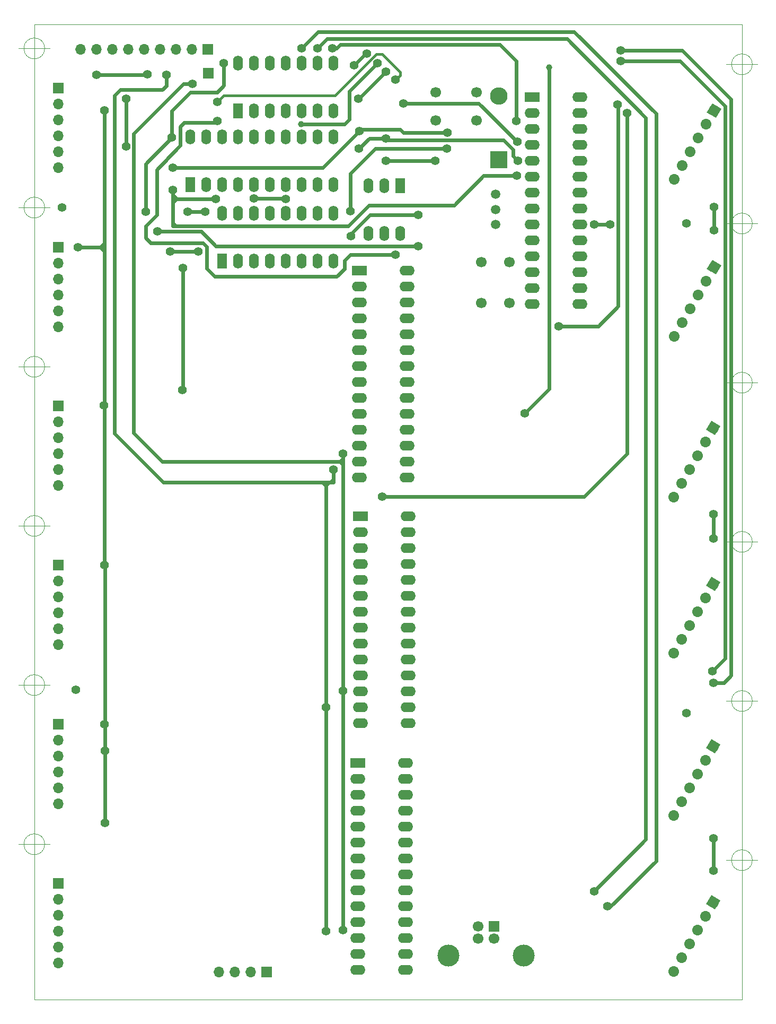
<source format=gbr>
G04 #@! TF.GenerationSoftware,KiCad,Pcbnew,(5.1.4)-1*
G04 #@! TF.CreationDate,2020-01-14T12:55:27+01:00*
G04 #@! TF.ProjectId,MainPL,4d61696e-504c-42e6-9b69-6361645f7063,rev?*
G04 #@! TF.SameCoordinates,Original*
G04 #@! TF.FileFunction,Copper,L1,Top*
G04 #@! TF.FilePolarity,Positive*
%FSLAX46Y46*%
G04 Gerber Fmt 4.6, Leading zero omitted, Abs format (unit mm)*
G04 Created by KiCad (PCBNEW (5.1.4)-1) date 2020-01-14 12:55:27*
%MOMM*%
%LPD*%
G04 APERTURE LIST*
%ADD10C,0.050000*%
%ADD11C,1.700000*%
%ADD12R,2.400000X1.600000*%
%ADD13O,2.400000X1.600000*%
%ADD14O,1.600000X2.400000*%
%ADD15R,1.600000X2.400000*%
%ADD16O,2.800000X2.800000*%
%ADD17R,2.800000X2.800000*%
%ADD18C,1.500000*%
%ADD19R,1.700000X1.700000*%
%ADD20O,1.700000X1.700000*%
%ADD21C,3.500000*%
%ADD22C,1.700000*%
%ADD23C,0.100000*%
%ADD24C,1.400000*%
%ADD25C,1.000000*%
%ADD26C,0.600000*%
%ADD27C,0.400000*%
G04 APERTURE END LIST*
D10*
X159146666Y-159385000D02*
G75*
G03X159146666Y-159385000I-1666666J0D01*
G01*
X154980000Y-159385000D02*
X159980000Y-159385000D01*
X157480000Y-156885000D02*
X157480000Y-161885000D01*
X159146666Y-133985000D02*
G75*
G03X159146666Y-133985000I-1666666J0D01*
G01*
X154980000Y-133985000D02*
X159980000Y-133985000D01*
X157480000Y-131485000D02*
X157480000Y-136485000D01*
X159146666Y-108585000D02*
G75*
G03X159146666Y-108585000I-1666666J0D01*
G01*
X154980000Y-108585000D02*
X159980000Y-108585000D01*
X157480000Y-106085000D02*
X157480000Y-111085000D01*
X159146666Y-83185000D02*
G75*
G03X159146666Y-83185000I-1666666J0D01*
G01*
X154980000Y-83185000D02*
X159980000Y-83185000D01*
X157480000Y-80685000D02*
X157480000Y-85685000D01*
X159146666Y-57785000D02*
G75*
G03X159146666Y-57785000I-1666666J0D01*
G01*
X154980000Y-57785000D02*
X159980000Y-57785000D01*
X157480000Y-55285000D02*
X157480000Y-60285000D01*
X159146666Y-32385000D02*
G75*
G03X159146666Y-32385000I-1666666J0D01*
G01*
X154980000Y-32385000D02*
X159980000Y-32385000D01*
X157480000Y-29885000D02*
X157480000Y-34885000D01*
X46116666Y-156845000D02*
G75*
G03X46116666Y-156845000I-1666666J0D01*
G01*
X41950000Y-156845000D02*
X46950000Y-156845000D01*
X44450000Y-154345000D02*
X44450000Y-159345000D01*
X46116666Y-131445000D02*
G75*
G03X46116666Y-131445000I-1666666J0D01*
G01*
X41950000Y-131445000D02*
X46950000Y-131445000D01*
X44450000Y-128945000D02*
X44450000Y-133945000D01*
X46116666Y-106045000D02*
G75*
G03X46116666Y-106045000I-1666666J0D01*
G01*
X41950000Y-106045000D02*
X46950000Y-106045000D01*
X44450000Y-103545000D02*
X44450000Y-108545000D01*
X46116666Y-80645000D02*
G75*
G03X46116666Y-80645000I-1666666J0D01*
G01*
X41950000Y-80645000D02*
X46950000Y-80645000D01*
X44450000Y-78145000D02*
X44450000Y-83145000D01*
X46116666Y-29845000D02*
G75*
G03X46116666Y-29845000I-1666666J0D01*
G01*
X41950000Y-29845000D02*
X46950000Y-29845000D01*
X44450000Y-27345000D02*
X44450000Y-32345000D01*
X46116666Y-55245000D02*
G75*
G03X46116666Y-55245000I-1666666J0D01*
G01*
X41950000Y-55245000D02*
X46950000Y-55245000D01*
X44450000Y-52745000D02*
X44450000Y-57745000D01*
X157480000Y-26035000D02*
X156845000Y-26035000D01*
X157480000Y-181610000D02*
X157480000Y-26035000D01*
X44450000Y-181610000D02*
X45085000Y-181610000D01*
X44450000Y-26035000D02*
X44450000Y-181610000D01*
X157480000Y-181610000D02*
X45085000Y-181610000D01*
X44450000Y-26035000D02*
X156845000Y-26035000D01*
D11*
X108585000Y-36830000D03*
X115085000Y-36830000D03*
X108585000Y-41330000D03*
X115085000Y-41330000D03*
X115824000Y-70485000D03*
X115824000Y-63985000D03*
X120324000Y-70485000D03*
X120324000Y-63985000D03*
D12*
X96393000Y-65278000D03*
D13*
X104013000Y-98298000D03*
X96393000Y-67818000D03*
X104013000Y-95758000D03*
X96393000Y-70358000D03*
X104013000Y-93218000D03*
X96393000Y-72898000D03*
X104013000Y-90678000D03*
X96393000Y-75438000D03*
X104013000Y-88138000D03*
X96393000Y-77978000D03*
X104013000Y-85598000D03*
X96393000Y-80518000D03*
X104013000Y-83058000D03*
X96393000Y-83058000D03*
X104013000Y-80518000D03*
X96393000Y-85598000D03*
X104013000Y-77978000D03*
X96393000Y-88138000D03*
X104013000Y-75438000D03*
X96393000Y-90678000D03*
X104013000Y-72898000D03*
X96393000Y-93218000D03*
X104013000Y-70358000D03*
X96393000Y-95758000D03*
X104013000Y-67818000D03*
X96393000Y-98298000D03*
X104013000Y-65278000D03*
D14*
X76962000Y-32194500D03*
X92202000Y-39814500D03*
X79502000Y-32194500D03*
X89662000Y-39814500D03*
X82042000Y-32194500D03*
X87122000Y-39814500D03*
X84582000Y-32194500D03*
X84582000Y-39814500D03*
X87122000Y-32194500D03*
X82042000Y-39814500D03*
X89662000Y-32194500D03*
X79502000Y-39814500D03*
X92202000Y-32194500D03*
D15*
X76962000Y-39814500D03*
D13*
X104140000Y-104521000D03*
X96520000Y-137541000D03*
X104140000Y-107061000D03*
X96520000Y-135001000D03*
X104140000Y-109601000D03*
X96520000Y-132461000D03*
X104140000Y-112141000D03*
X96520000Y-129921000D03*
X104140000Y-114681000D03*
X96520000Y-127381000D03*
X104140000Y-117221000D03*
X96520000Y-124841000D03*
X104140000Y-119761000D03*
X96520000Y-122301000D03*
X104140000Y-122301000D03*
X96520000Y-119761000D03*
X104140000Y-124841000D03*
X96520000Y-117221000D03*
X104140000Y-127381000D03*
X96520000Y-114681000D03*
X104140000Y-129921000D03*
X96520000Y-112141000D03*
X104140000Y-132461000D03*
X96520000Y-109601000D03*
X104140000Y-135001000D03*
X96520000Y-107061000D03*
X104140000Y-137541000D03*
D12*
X96520000Y-104521000D03*
X96139000Y-143891000D03*
D13*
X103759000Y-176911000D03*
X96139000Y-146431000D03*
X103759000Y-174371000D03*
X96139000Y-148971000D03*
X103759000Y-171831000D03*
X96139000Y-151511000D03*
X103759000Y-169291000D03*
X96139000Y-154051000D03*
X103759000Y-166751000D03*
X96139000Y-156591000D03*
X103759000Y-164211000D03*
X96139000Y-159131000D03*
X103759000Y-161671000D03*
X96139000Y-161671000D03*
X103759000Y-159131000D03*
X96139000Y-164211000D03*
X103759000Y-156591000D03*
X96139000Y-166751000D03*
X103759000Y-154051000D03*
X96139000Y-169291000D03*
X103759000Y-151511000D03*
X96139000Y-171831000D03*
X103759000Y-148971000D03*
X96139000Y-174371000D03*
X103759000Y-146431000D03*
X96139000Y-176911000D03*
X103759000Y-143891000D03*
D16*
X118618000Y-37465000D03*
D17*
X118618000Y-47625000D03*
D18*
X118110000Y-57966000D03*
X118110000Y-55526000D03*
X118110000Y-53086000D03*
D13*
X131601000Y-37648000D03*
X123981000Y-70668000D03*
X131601000Y-40188000D03*
X123981000Y-68128000D03*
X131601000Y-42728000D03*
X123981000Y-65588000D03*
X131601000Y-45268000D03*
X123981000Y-63048000D03*
X131601000Y-47808000D03*
X123981000Y-60508000D03*
X131601000Y-50348000D03*
X123981000Y-57968000D03*
X131601000Y-52888000D03*
X123981000Y-55428000D03*
X131601000Y-55428000D03*
X123981000Y-52888000D03*
X131601000Y-57968000D03*
X123981000Y-50348000D03*
X131601000Y-60508000D03*
X123981000Y-47808000D03*
X131601000Y-63048000D03*
X123981000Y-45268000D03*
X131601000Y-65588000D03*
X123981000Y-42728000D03*
X131601000Y-68128000D03*
X123981000Y-40188000D03*
X131601000Y-70668000D03*
D12*
X123981000Y-37648000D03*
D19*
X72252000Y-33802000D03*
D20*
X51816000Y-29972000D03*
X54356000Y-29972000D03*
X56896000Y-29972000D03*
X59436000Y-29972000D03*
X61976000Y-29972000D03*
X64516000Y-29972000D03*
X67056000Y-29972000D03*
X69596000Y-29972000D03*
D19*
X72136000Y-29972000D03*
D20*
X73958000Y-177268000D03*
X76498000Y-177268000D03*
X79038000Y-177268000D03*
D19*
X81578000Y-177268000D03*
D21*
X110586000Y-174636000D03*
X122626000Y-174636000D03*
D11*
X117856000Y-171926000D03*
X115356000Y-171926000D03*
X115356000Y-169926000D03*
D19*
X117856000Y-169926000D03*
X48260000Y-61595000D03*
D20*
X48260000Y-64135000D03*
X48260000Y-66675000D03*
X48260000Y-69215000D03*
X48260000Y-71755000D03*
X48260000Y-74295000D03*
X48260000Y-48895000D03*
X48260000Y-46355000D03*
X48260000Y-43815000D03*
X48260000Y-41275000D03*
X48260000Y-38735000D03*
D19*
X48260000Y-36195000D03*
D11*
X146685000Y-75768523D03*
D22*
X146685000Y-75768523D02*
X146685000Y-75768523D01*
D11*
X147955000Y-73568818D03*
D22*
X147955000Y-73568818D02*
X147955000Y-73568818D01*
D11*
X149225000Y-71369114D03*
D22*
X149225000Y-71369114D02*
X149225000Y-71369114D01*
D11*
X150495000Y-69169409D03*
D22*
X150495000Y-69169409D02*
X150495000Y-69169409D01*
D11*
X151765000Y-66969705D03*
D22*
X151765000Y-66969705D02*
X151765000Y-66969705D01*
D11*
X153035000Y-64770000D03*
D23*
G36*
X151873878Y-65081122D02*
G01*
X152723878Y-63608878D01*
X154196122Y-64458878D01*
X153346122Y-65931122D01*
X151873878Y-65081122D01*
X151873878Y-65081122D01*
G37*
D20*
X48260000Y-99568000D03*
X48260000Y-97028000D03*
X48260000Y-94488000D03*
X48260000Y-91948000D03*
X48260000Y-89408000D03*
D19*
X48260000Y-86868000D03*
D11*
X153035000Y-39755886D03*
D23*
G36*
X151873878Y-40067008D02*
G01*
X152723878Y-38594764D01*
X154196122Y-39444764D01*
X153346122Y-40917008D01*
X151873878Y-40067008D01*
X151873878Y-40067008D01*
G37*
D11*
X151765000Y-41955591D03*
D22*
X151765000Y-41955591D02*
X151765000Y-41955591D01*
D11*
X150495000Y-44155295D03*
D22*
X150495000Y-44155295D02*
X150495000Y-44155295D01*
D11*
X149225000Y-46355000D03*
D22*
X149225000Y-46355000D02*
X149225000Y-46355000D01*
D11*
X147955000Y-48554704D03*
D22*
X147955000Y-48554704D02*
X147955000Y-48554704D01*
D11*
X146685000Y-50754409D03*
D22*
X146685000Y-50754409D02*
X146685000Y-50754409D01*
D19*
X48260000Y-112268000D03*
D20*
X48260000Y-114808000D03*
X48260000Y-117348000D03*
X48260000Y-119888000D03*
X48260000Y-122428000D03*
X48260000Y-124968000D03*
D11*
X146558000Y-126314523D03*
D22*
X146558000Y-126314523D02*
X146558000Y-126314523D01*
D11*
X147828000Y-124114818D03*
D22*
X147828000Y-124114818D02*
X147828000Y-124114818D01*
D11*
X149098000Y-121915114D03*
D22*
X149098000Y-121915114D02*
X149098000Y-121915114D01*
D11*
X150368000Y-119715409D03*
D22*
X150368000Y-119715409D02*
X150368000Y-119715409D01*
D11*
X151638000Y-117515705D03*
D22*
X151638000Y-117515705D02*
X151638000Y-117515705D01*
D11*
X152908000Y-115316000D03*
D23*
G36*
X151746878Y-115627122D02*
G01*
X152596878Y-114154878D01*
X154069122Y-115004878D01*
X153219122Y-116477122D01*
X151746878Y-115627122D01*
X151746878Y-115627122D01*
G37*
D20*
X48260000Y-150368000D03*
X48260000Y-147828000D03*
X48260000Y-145288000D03*
X48260000Y-142748000D03*
X48260000Y-140208000D03*
D19*
X48260000Y-137668000D03*
D11*
X152908000Y-90424000D03*
D23*
G36*
X151746878Y-90735122D02*
G01*
X152596878Y-89262878D01*
X154069122Y-90112878D01*
X153219122Y-91585122D01*
X151746878Y-90735122D01*
X151746878Y-90735122D01*
G37*
D11*
X151638000Y-92623705D03*
D22*
X151638000Y-92623705D02*
X151638000Y-92623705D01*
D11*
X150368000Y-94823409D03*
D22*
X150368000Y-94823409D02*
X150368000Y-94823409D01*
D11*
X149098000Y-97023114D03*
D22*
X149098000Y-97023114D02*
X149098000Y-97023114D01*
D11*
X147828000Y-99222818D03*
D22*
X147828000Y-99222818D02*
X147828000Y-99222818D01*
D11*
X146558000Y-101422523D03*
D22*
X146558000Y-101422523D02*
X146558000Y-101422523D01*
D19*
X48260000Y-163068000D03*
D20*
X48260000Y-165608000D03*
X48260000Y-168148000D03*
X48260000Y-170688000D03*
X48260000Y-173228000D03*
X48260000Y-175768000D03*
D11*
X152908000Y-166116000D03*
D23*
G36*
X151746878Y-166427122D02*
G01*
X152596878Y-164954878D01*
X154069122Y-165804878D01*
X153219122Y-167277122D01*
X151746878Y-166427122D01*
X151746878Y-166427122D01*
G37*
D11*
X151638000Y-168315705D03*
D22*
X151638000Y-168315705D02*
X151638000Y-168315705D01*
D11*
X150368000Y-170515409D03*
D22*
X150368000Y-170515409D02*
X150368000Y-170515409D01*
D11*
X149098000Y-172715114D03*
D22*
X149098000Y-172715114D02*
X149098000Y-172715114D01*
D11*
X147828000Y-174914818D03*
D22*
X147828000Y-174914818D02*
X147828000Y-174914818D01*
D11*
X146558000Y-177114523D03*
D22*
X146558000Y-177114523D02*
X146558000Y-177114523D01*
D11*
X146558000Y-152222523D03*
D22*
X146558000Y-152222523D02*
X146558000Y-152222523D01*
D11*
X147828000Y-150022818D03*
D22*
X147828000Y-150022818D02*
X147828000Y-150022818D01*
D11*
X149098000Y-147823114D03*
D22*
X149098000Y-147823114D02*
X149098000Y-147823114D01*
D11*
X150368000Y-145623409D03*
D22*
X150368000Y-145623409D02*
X150368000Y-145623409D01*
D11*
X151638000Y-143423705D03*
D22*
X151638000Y-143423705D02*
X151638000Y-143423705D01*
D11*
X152908000Y-141224000D03*
D23*
G36*
X151746878Y-141535122D02*
G01*
X152596878Y-140062878D01*
X154069122Y-140912878D01*
X153219122Y-142385122D01*
X151746878Y-141535122D01*
X151746878Y-141535122D01*
G37*
D15*
X69405500Y-51625500D03*
D14*
X92265500Y-44005500D03*
X71945500Y-51625500D03*
X89725500Y-44005500D03*
X74485500Y-51625500D03*
X87185500Y-44005500D03*
X77025500Y-51625500D03*
X84645500Y-44005500D03*
X79565500Y-51625500D03*
X82105500Y-44005500D03*
X82105500Y-51625500D03*
X79565500Y-44005500D03*
X84645500Y-51625500D03*
X77025500Y-44005500D03*
X87185500Y-51625500D03*
X74485500Y-44005500D03*
X89725500Y-51625500D03*
X71945500Y-44005500D03*
X92265500Y-51625500D03*
X69405500Y-44005500D03*
D15*
X74422000Y-63754000D03*
D14*
X92202000Y-56134000D03*
X76962000Y-63754000D03*
X89662000Y-56134000D03*
X79502000Y-63754000D03*
X87122000Y-56134000D03*
X82042000Y-63754000D03*
X84582000Y-56134000D03*
X84582000Y-63754000D03*
X82042000Y-56134000D03*
X87122000Y-63754000D03*
X79502000Y-56134000D03*
X89662000Y-63754000D03*
X76962000Y-56134000D03*
X92202000Y-63754000D03*
X74422000Y-56134000D03*
D15*
X102870000Y-51752500D03*
D14*
X97790000Y-59372500D03*
X100330000Y-51752500D03*
X100330000Y-59372500D03*
X97790000Y-51752500D03*
X102870000Y-59372500D03*
D24*
X65532000Y-34036000D03*
X108521500Y-47752000D03*
X68199000Y-64897000D03*
X68072000Y-84328000D03*
X100584000Y-47777400D03*
X51054000Y-132207000D03*
X48895000Y-55245000D03*
X148590000Y-57785000D03*
X148590000Y-135890000D03*
X152908000Y-108077000D03*
X152908000Y-104140000D03*
X55753000Y-141922500D03*
X55626000Y-112268000D03*
X55562500Y-86804500D03*
X55753000Y-153416000D03*
X55689500Y-137731500D03*
X71755000Y-55880000D03*
X153009600Y-55118000D03*
X153009600Y-58877200D03*
X68961000Y-55880000D03*
X136398000Y-57912000D03*
X51435000Y-61595000D03*
X66421000Y-44069000D03*
X62230000Y-55880000D03*
X55676800Y-39763700D03*
X133858000Y-57912000D03*
X74739500Y-32194500D03*
X152971500Y-155892500D03*
X152908000Y-161036000D03*
X137604500Y-38798500D03*
X128206500Y-74168000D03*
X93726000Y-94488000D03*
X69723000Y-35496500D03*
X93726000Y-170561000D03*
X93726000Y-132334000D03*
X92202000Y-97028000D03*
X139128500Y-40195500D03*
X100012500Y-101409500D03*
X91059000Y-170688000D03*
X91059000Y-135001000D03*
X110426500Y-43307000D03*
X96393000Y-43053000D03*
X66611500Y-48895000D03*
X110363000Y-45847000D03*
X92075000Y-29845000D03*
X121475500Y-41402000D03*
X94932500Y-55816500D03*
X66167000Y-62230000D03*
X59118500Y-45529500D03*
X59118500Y-37846000D03*
X70612000Y-62230000D03*
X103441500Y-38608000D03*
X121602500Y-44767500D03*
X73406000Y-53848000D03*
X121539000Y-50165000D03*
X66548000Y-52451000D03*
X100584000Y-44196000D03*
X121666000Y-47752000D03*
X95567500Y-32512000D03*
X97599500Y-30670500D03*
X54356000Y-34036000D03*
X62547500Y-33972500D03*
X96329500Y-45847000D03*
X64135000Y-59055000D03*
X105816400Y-61379100D03*
X152971500Y-131064000D03*
D25*
X87058500Y-41910000D03*
D24*
X99250500Y-32181800D03*
X138079480Y-30139640D03*
X84645500Y-53911500D03*
X79565500Y-53784500D03*
X94996000Y-59817000D03*
X105791000Y-56388000D03*
X152781000Y-129222500D03*
X138112500Y-31877000D03*
X100584000Y-33591500D03*
X96202500Y-37909500D03*
X136017000Y-166751000D03*
X87122000Y-29845000D03*
X133858000Y-164338000D03*
X89662000Y-29845000D03*
D25*
X126682500Y-32893000D03*
D24*
X122809000Y-88074500D03*
X102171500Y-34861500D03*
X73660000Y-38417500D03*
X102108000Y-62738000D03*
X73660000Y-41465500D03*
D26*
X68199000Y-64897000D02*
X68199000Y-84201000D01*
X68199000Y-84201000D02*
X68072000Y-84328000D01*
X106743500Y-47752000D02*
X108521500Y-47752000D01*
X100584000Y-47777400D02*
X106743500Y-47752000D01*
X152908000Y-161036000D02*
X152908000Y-155956000D01*
X152908000Y-108077000D02*
X152908000Y-104140000D01*
X55753000Y-129540000D02*
X55753000Y-112395000D01*
X55753000Y-112395000D02*
X55626000Y-112268000D01*
X55753000Y-153416000D02*
X55753000Y-142367000D01*
X153009600Y-58877200D02*
X153009600Y-55118000D01*
X69215000Y-55880000D02*
X71755000Y-55880000D01*
X66357500Y-44005500D02*
X66421000Y-44069000D01*
X66421000Y-44069000D02*
X62230000Y-48260000D01*
X62230000Y-48260000D02*
X62230000Y-55880000D01*
X55626000Y-106934000D02*
X55626000Y-112268000D01*
X133858000Y-57912000D02*
X136398000Y-57912000D01*
X74739500Y-35750500D02*
X74739500Y-32194500D01*
X66421000Y-44069000D02*
X66421000Y-39814500D01*
X66421000Y-39814500D02*
X69405500Y-36830000D01*
X73660000Y-36830000D02*
X74739500Y-35750500D01*
X69405500Y-36830000D02*
X73660000Y-36830000D01*
X54993948Y-61595000D02*
X55627474Y-60961474D01*
X54737000Y-61595000D02*
X54993948Y-61595000D01*
X55627474Y-60961474D02*
X55676800Y-39763700D01*
X55626000Y-61595000D02*
X55627474Y-60961474D01*
X54737000Y-61595000D02*
X51435000Y-61595000D01*
X55626000Y-61595000D02*
X54737000Y-61595000D01*
X54991000Y-61595000D02*
X55626000Y-62230000D01*
X54737000Y-61595000D02*
X54991000Y-61595000D01*
X55626000Y-85598000D02*
X55626000Y-62230000D01*
X55626000Y-62230000D02*
X55626000Y-61595000D01*
X55753000Y-142367000D02*
X55753000Y-129540000D01*
X55626000Y-85598000D02*
X55626000Y-91948000D01*
X55626000Y-106934000D02*
X55626000Y-91948000D01*
X55626000Y-91948000D02*
X55626000Y-91694000D01*
X137731500Y-38925500D02*
X137604500Y-38798500D01*
X137731500Y-70993000D02*
X137731500Y-38925500D01*
X128206500Y-74168000D02*
X134556500Y-74168000D01*
X134556500Y-74168000D02*
X137731500Y-70993000D01*
X93218000Y-95758000D02*
X93726000Y-95250000D01*
X93091000Y-95758000D02*
X93218000Y-95758000D01*
X93726000Y-95250000D02*
X93726000Y-94488000D01*
X93726000Y-95758000D02*
X93726000Y-95250000D01*
X93091000Y-95758000D02*
X93726000Y-95758000D01*
X93218000Y-95758000D02*
X93726000Y-96266000D01*
X93726000Y-129032000D02*
X93726000Y-96266000D01*
X93726000Y-96266000D02*
X93726000Y-95758000D01*
X68262500Y-35496500D02*
X69723000Y-35496500D01*
X60325000Y-43434000D02*
X68262500Y-35496500D01*
X60325000Y-91186000D02*
X60325000Y-43434000D01*
X93091000Y-95758000D02*
X64897000Y-95758000D01*
X64897000Y-95758000D02*
X60325000Y-91186000D01*
X93726000Y-170434000D02*
X93726000Y-133604000D01*
X93726000Y-133604000D02*
X93726000Y-132334000D01*
X93726000Y-132334000D02*
X93726000Y-129032000D01*
X93726000Y-132334000D02*
X93726000Y-132334000D01*
X91948000Y-99060000D02*
X92202000Y-98806000D01*
X91567000Y-99060000D02*
X91948000Y-99060000D01*
X92202000Y-99060000D02*
X92202000Y-98806000D01*
X91567000Y-99060000D02*
X92202000Y-99060000D01*
X91694000Y-99060000D02*
X92202000Y-98552000D01*
X91567000Y-99060000D02*
X91694000Y-99060000D01*
X92202000Y-98806000D02*
X92202000Y-98552000D01*
X92202000Y-98552000D02*
X92202000Y-97028000D01*
X139128500Y-40195500D02*
X139128500Y-41185449D01*
X139128500Y-41185449D02*
X139128500Y-94551500D01*
X139128500Y-94551500D02*
X132270500Y-101409500D01*
X132270500Y-101409500D02*
X100012500Y-101409500D01*
X91059000Y-99187000D02*
X90932000Y-99060000D01*
X90932000Y-99060000D02*
X91567000Y-99060000D01*
X90424000Y-99060000D02*
X91059000Y-99695000D01*
X91059000Y-99695000D02*
X91059000Y-99187000D01*
X91059000Y-170688000D02*
X91059000Y-135001000D01*
X90424000Y-99060000D02*
X90932000Y-99060000D01*
X91059000Y-99568000D02*
X91567000Y-99060000D01*
X91059000Y-99695000D02*
X91059000Y-99568000D01*
X91059000Y-135001000D02*
X91059000Y-99695000D01*
X65024000Y-99060000D02*
X90424000Y-99060000D01*
X57277000Y-37338000D02*
X57277000Y-91313000D01*
X58166000Y-36449000D02*
X57277000Y-37338000D01*
X57277000Y-91313000D02*
X65024000Y-99060000D01*
X65532000Y-35814000D02*
X64897000Y-36449000D01*
X64897000Y-36449000D02*
X58166000Y-36449000D01*
X65532000Y-35814000D02*
X65532000Y-34036000D01*
X96647000Y-42799000D02*
X96393000Y-43053000D01*
X90551000Y-48895000D02*
X96393000Y-43053000D01*
X66611500Y-48895000D02*
X90551000Y-48895000D01*
X99568000Y-42799000D02*
X102933500Y-42799000D01*
X102933500Y-42799000D02*
X103441500Y-43307000D01*
X103441500Y-43307000D02*
X110236000Y-43307000D01*
X99568000Y-42799000D02*
X96647000Y-42799000D01*
X121475500Y-31877000D02*
X121475500Y-41402000D01*
X118808500Y-29210000D02*
X121475500Y-31877000D01*
X93345000Y-29210000D02*
X118808500Y-29210000D01*
X92075000Y-29845000D02*
X92710000Y-29845000D01*
X92710000Y-29845000D02*
X93345000Y-29210000D01*
X94932500Y-49847500D02*
X94932500Y-55816500D01*
X110363000Y-45847000D02*
X98933000Y-45847000D01*
X98933000Y-45847000D02*
X94932500Y-49847500D01*
X66167000Y-62230000D02*
X70612000Y-62230000D01*
X59118500Y-40322500D02*
X59118500Y-45529500D01*
X59118500Y-37846000D02*
X59118500Y-40322500D01*
X115443000Y-38608000D02*
X114490500Y-38608000D01*
X121602500Y-44767500D02*
X115443000Y-38608000D01*
X103441500Y-38608000D02*
X114490500Y-38608000D01*
X116205000Y-50165000D02*
X121539000Y-50165000D01*
X94615000Y-58166000D02*
X97917000Y-54864000D01*
X97917000Y-54864000D02*
X111506000Y-54864000D01*
X111506000Y-54864000D02*
X116205000Y-50165000D01*
X66611500Y-52514500D02*
X66548000Y-52451000D01*
X66675000Y-53848000D02*
X66611500Y-53911500D01*
X66738500Y-53403500D02*
X67183000Y-53848000D01*
X66611500Y-53403500D02*
X66738500Y-53403500D01*
X67183000Y-53848000D02*
X66675000Y-53848000D01*
X73406000Y-53848000D02*
X67183000Y-53848000D01*
X66611500Y-53403500D02*
X66611500Y-52514500D01*
X66611500Y-53911500D02*
X66611500Y-53403500D01*
X66611500Y-54419500D02*
X67183000Y-53848000D01*
X66611500Y-54419500D02*
X66611500Y-53911500D01*
X66611500Y-57721500D02*
X67056000Y-58166000D01*
X66611500Y-57467500D02*
X66611500Y-57721500D01*
X67056000Y-58166000D02*
X94615000Y-58166000D01*
X66611500Y-58166000D02*
X67056000Y-58166000D01*
X66611500Y-57467500D02*
X66611500Y-54419500D01*
X66611500Y-58166000D02*
X66611500Y-57467500D01*
X120966001Y-47052001D02*
X121666000Y-47752000D01*
X100584000Y-44196000D02*
X100609400Y-44196000D01*
X100920401Y-44507001D02*
X119437001Y-44507001D01*
X100609400Y-44196000D02*
X100920401Y-44507001D01*
X119437001Y-44507001D02*
X120966001Y-46036001D01*
X120966001Y-46036001D02*
X120966001Y-47052001D01*
X95567500Y-32512000D02*
X97409000Y-30670500D01*
X97409000Y-30670500D02*
X97599500Y-30670500D01*
X54356000Y-34036000D02*
X62484000Y-34036000D01*
X62484000Y-34036000D02*
X62547500Y-33972500D01*
X97980500Y-44196000D02*
X96329500Y-45847000D01*
X100584000Y-44196000D02*
X97980500Y-44196000D01*
X105791000Y-61404500D02*
X105816400Y-61379100D01*
X73469500Y-61404500D02*
X105791000Y-61404500D01*
X64135000Y-59055000D02*
X71120000Y-59055000D01*
X71120000Y-59055000D02*
X73469500Y-61404500D01*
X94742000Y-41211500D02*
X94043500Y-41910000D01*
X94043500Y-41910000D02*
X87058500Y-41910000D01*
X94742000Y-36703000D02*
X94742000Y-37274500D01*
X99060000Y-32385000D02*
X94742000Y-36703000D01*
X94742000Y-36766500D02*
X94742000Y-37274500D01*
X94742000Y-37274500D02*
X94742000Y-41211500D01*
X147955000Y-30162500D02*
X155765500Y-37973000D01*
X155765500Y-37973000D02*
X155765500Y-129921000D01*
X155765500Y-129921000D02*
X154622500Y-131064000D01*
X154622500Y-131064000D02*
X152971500Y-131064000D01*
X137858500Y-30162500D02*
X147955000Y-30162500D01*
X79565500Y-53784500D02*
X84518500Y-53784500D01*
X94996000Y-59817000D02*
X94996000Y-59436000D01*
X94996000Y-59436000D02*
X98044000Y-56388000D01*
X98044000Y-56388000D02*
X105791000Y-56388000D01*
X152781000Y-129222500D02*
X154813000Y-127190500D01*
X154813000Y-127190500D02*
X154813000Y-39052500D01*
X154813000Y-39052500D02*
X147637500Y-31877000D01*
X147637500Y-31877000D02*
X138112500Y-31877000D01*
X100584000Y-33591500D02*
X96266000Y-37909500D01*
X96266000Y-37909500D02*
X96202500Y-37909500D01*
X136017000Y-166751000D02*
X136525000Y-166751000D01*
X136525000Y-166751000D02*
X143764000Y-159512000D01*
X89789000Y-27178000D02*
X87122000Y-29845000D01*
X130683000Y-27178000D02*
X89789000Y-27178000D01*
X143764000Y-40259000D02*
X130683000Y-27178000D01*
X143764000Y-159512000D02*
X143764000Y-40259000D01*
X133858000Y-164338000D02*
X142113000Y-156083000D01*
X142113000Y-156083000D02*
X142113000Y-40894000D01*
X142113000Y-40894000D02*
X129540000Y-28321000D01*
X129540000Y-28321000D02*
X91186000Y-28321000D01*
X91186000Y-28321000D02*
X89662000Y-29845000D01*
X122809000Y-88074500D02*
X126682500Y-84201000D01*
X126682500Y-84201000D02*
X126682500Y-32893000D01*
D27*
X74739500Y-37338000D02*
X73660000Y-38417500D01*
X92519500Y-37338000D02*
X74739500Y-37338000D01*
X102235000Y-34861500D02*
X102933500Y-34163000D01*
X102171500Y-34861500D02*
X102235000Y-34861500D01*
X102933500Y-34163000D02*
X102933500Y-33655000D01*
X102933500Y-33655000D02*
X100012500Y-30734000D01*
X100012500Y-30734000D02*
X99123500Y-30734000D01*
X99123500Y-30734000D02*
X92519500Y-37338000D01*
D26*
X67754500Y-42354500D02*
X68389500Y-41719500D01*
X73279000Y-66230500D02*
X72009000Y-64960500D01*
X67754500Y-45339000D02*
X67754500Y-42354500D01*
X92773500Y-66230500D02*
X73279000Y-66230500D01*
X93980000Y-63690500D02*
X93980000Y-65024000D01*
X71437500Y-60896500D02*
X63055500Y-60896500D01*
X102108000Y-62738000D02*
X94932500Y-62738000D01*
X72009000Y-64960500D02*
X72009000Y-61468000D01*
X94932500Y-62738000D02*
X93980000Y-63690500D01*
X72009000Y-61468000D02*
X71437500Y-60896500D01*
X93980000Y-65024000D02*
X92773500Y-66230500D01*
X62230000Y-60071000D02*
X62230000Y-58166000D01*
X62230000Y-58166000D02*
X64008000Y-56388000D01*
X63055500Y-60896500D02*
X62230000Y-60071000D01*
X64008000Y-49212500D02*
X67246500Y-45847000D01*
X64008000Y-56388000D02*
X64008000Y-49212500D01*
X67246500Y-45847000D02*
X67754500Y-45339000D01*
X68389500Y-41719500D02*
X73406000Y-41719500D01*
X73406000Y-41719500D02*
X73660000Y-41465500D01*
M02*

</source>
